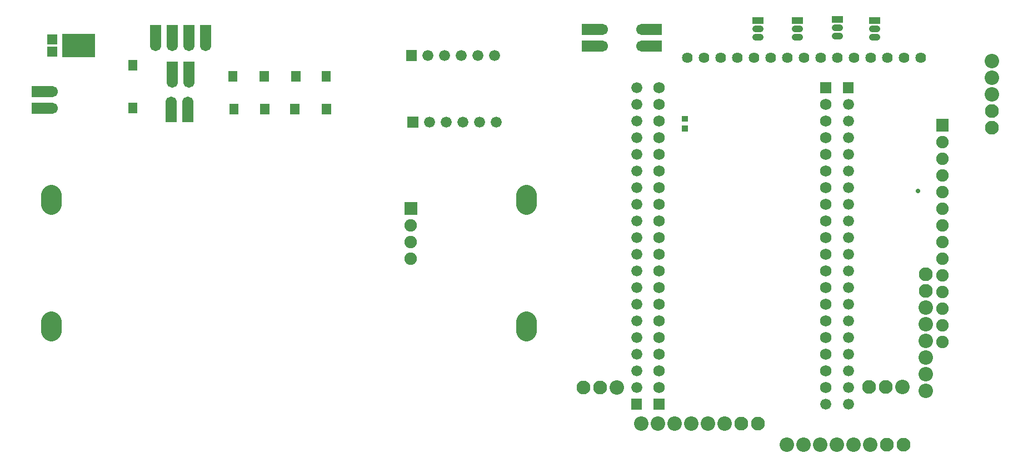
<source format=gts>
G04 Layer: TopSolderMaskLayer*
G04 EasyEDA v6.5.9, 2022-08-06 01:21:21*
G04 14fef34793594d2db1d7ff351c51599c,c09117847ad249c1abd8b20aa127d3a4,10*
G04 Gerber Generator version 0.2*
G04 Scale: 100 percent, Rotated: No, Reflected: No *
G04 Dimensions in millimeters *
G04 leading zeros omitted , absolute positions ,4 integer and 5 decimal *
%FSLAX45Y45*%
%MOMM*%

%ADD10C,3.1000*%
%ADD11C,1.0016*%
%ADD12C,2.1016*%
%ADD13C,2.2032*%
%ADD14C,1.6256*%
%ADD15C,1.9016*%
%ADD16C,1.6764*%
%ADD17C,1.7032*%
%ADD18C,1.7272*%
%ADD19C,0.7112*%
%ADD20C,0.0144*%

%LPD*%
D10*
X8584209Y4095696D02*
G01*
X8584209Y3955696D01*
X8584209Y2165703D02*
G01*
X8584209Y2025703D01*
X1347190Y4095696D02*
G01*
X1347190Y3955696D01*
X1347190Y2165703D02*
G01*
X1347190Y2025703D01*
X8584209Y2025703D02*
G01*
X8584209Y2165703D01*
X8584209Y3955696D02*
G01*
X8584209Y4095696D01*
X1347190Y2025703D02*
G01*
X1347190Y2165703D01*
X1347190Y3955696D02*
G01*
X1347190Y4095696D01*
D11*
X12150801Y6502400D02*
G01*
X12080801Y6502400D01*
X12150801Y6629400D02*
G01*
X12080801Y6629400D01*
X12747701Y6502400D02*
G01*
X12677701Y6502400D01*
X12747701Y6629400D02*
G01*
X12677701Y6629400D01*
X13357301Y6515100D02*
G01*
X13287301Y6515100D01*
X13357301Y6642100D02*
G01*
X13287301Y6642100D01*
X13928801Y6502400D02*
G01*
X13858801Y6502400D01*
X13928801Y6629400D02*
G01*
X13858801Y6629400D01*
D12*
G01*
X14668500Y2882900D03*
G01*
X14668500Y2628900D03*
D13*
G01*
X14668500Y2374900D03*
G01*
X14668500Y2120900D03*
G01*
X14668500Y1866900D03*
G01*
X14668500Y1612900D03*
G01*
X14668500Y1358900D03*
G01*
X14668500Y1104900D03*
D12*
G01*
X12115800Y609600D03*
G01*
X11861800Y609600D03*
D13*
G01*
X11607800Y609600D03*
G01*
X11353800Y609600D03*
G01*
X11099800Y609600D03*
G01*
X10845800Y609600D03*
G01*
X10591800Y609600D03*
G01*
X10337800Y609600D03*
D12*
G01*
X14329054Y285826D03*
G01*
X14075054Y285826D03*
D13*
G01*
X13821054Y285826D03*
G01*
X13567054Y285826D03*
G01*
X13313054Y285826D03*
G01*
X13059054Y285826D03*
G01*
X12805054Y285826D03*
G01*
X12551054Y285826D03*
D14*
G01*
X14595754Y6191326D03*
G01*
X14341754Y6191326D03*
G01*
X14087754Y6191326D03*
G01*
X13833754Y6191326D03*
G01*
X12817754Y6191326D03*
G01*
X13071754Y6191326D03*
G01*
X13325754Y6191326D03*
G01*
X13579754Y6191326D03*
G01*
X11547754Y6191326D03*
G01*
X11293754Y6191326D03*
G01*
X11039754Y6191326D03*
G01*
X11801754Y6191326D03*
G01*
X12055754Y6191326D03*
G01*
X12309754Y6191326D03*
G01*
X12563754Y6191326D03*
D15*
G01*
X14926309Y1856486D03*
G01*
X14926309Y2110486D03*
G01*
X14926309Y2364486D03*
G01*
X14926309Y2618486D03*
G01*
X14926309Y2872486D03*
G01*
X14926309Y3126486D03*
G01*
X14926309Y3380486D03*
G01*
X14926309Y3634231D03*
G01*
X14926309Y3888231D03*
G01*
X14926309Y4142231D03*
G01*
X14926309Y4396231D03*
G01*
X14926309Y4650231D03*
G01*
X14926309Y4904231D03*
G36*
X14831059Y5062981D02*
G01*
X14831059Y5253228D01*
X15021052Y5253228D01*
X15021052Y5062981D01*
G37*
G01*
X6825995Y3126486D03*
G01*
X6825995Y3380486D03*
G01*
X6825995Y3634231D03*
G36*
X6731000Y3793236D02*
G01*
X6731000Y3983228D01*
X6920991Y3983228D01*
X6920991Y3793236D01*
G37*
G36*
X4043679Y5823712D02*
G01*
X4043679Y5983986D01*
X4183888Y5983986D01*
X4183888Y5823712D01*
G37*
G36*
X4060952Y5323839D02*
G01*
X4060952Y5484113D01*
X4201159Y5484113D01*
X4201159Y5323839D01*
G37*
G36*
X2520695Y5990336D02*
G01*
X2520695Y6150610D01*
X2660904Y6150610D01*
X2660904Y5990336D01*
G37*
G36*
X2520695Y5342636D02*
G01*
X2520695Y5502910D01*
X2660904Y5502910D01*
X2660904Y5342636D01*
G37*
G36*
X5467095Y5825236D02*
G01*
X5467095Y5985510D01*
X5607304Y5985510D01*
X5607304Y5825236D01*
G37*
G36*
X5470652Y5323839D02*
G01*
X5470652Y5484113D01*
X5610859Y5484113D01*
X5610859Y5323839D01*
G37*
G36*
X4523486Y5823712D02*
G01*
X4523486Y5983986D01*
X4663693Y5983986D01*
X4663693Y5823712D01*
G37*
G36*
X4530852Y5323839D02*
G01*
X4530852Y5484113D01*
X4671059Y5484113D01*
X4671059Y5323839D01*
G37*
G36*
X5003291Y5823712D02*
G01*
X5003291Y5983986D01*
X5143500Y5983986D01*
X5143500Y5823712D01*
G37*
G36*
X4988052Y5323839D02*
G01*
X4988052Y5484113D01*
X5128259Y5484113D01*
X5128259Y5323839D01*
G37*
G36*
X1283715Y6392418D02*
G01*
X1283715Y6542531D01*
X1434084Y6542531D01*
X1434084Y6392418D01*
G37*
G36*
X1283715Y6208268D02*
G01*
X1283715Y6358381D01*
X1434084Y6358381D01*
X1434084Y6208268D01*
G37*
G36*
X1515109Y6200394D02*
G01*
X1515109Y6550405D01*
X2015490Y6550405D01*
X2015490Y6200394D01*
G37*
D16*
G01*
X13147954Y908126D03*
G01*
X13147954Y1162126D03*
G01*
X13147954Y1416126D03*
G01*
X13147954Y1670126D03*
G01*
X13147954Y1924126D03*
G01*
X13147954Y2178126D03*
G01*
X13147954Y2432126D03*
G01*
X13147954Y2686126D03*
G01*
X13147954Y2940126D03*
G01*
X13147954Y3194126D03*
G01*
X13147954Y3448126D03*
G01*
X13147954Y3702126D03*
G01*
X13147954Y3956126D03*
G01*
X13147954Y4210126D03*
G01*
X13147954Y4464126D03*
G01*
X13147954Y4718126D03*
G01*
X13147954Y4972126D03*
G01*
X13147954Y5226126D03*
G01*
X13147954Y5480126D03*
G36*
X13064236Y5650229D02*
G01*
X13064236Y5817870D01*
X13231875Y5817870D01*
X13231875Y5650229D01*
G37*
G01*
X10607954Y5734126D03*
G01*
X10607954Y5480126D03*
G01*
X10607954Y5226126D03*
G01*
X10607954Y4972126D03*
G01*
X10607954Y4718126D03*
G01*
X10607954Y4464126D03*
G01*
X10607954Y4210126D03*
G01*
X10607954Y3956126D03*
G01*
X10607954Y3702126D03*
G01*
X10607954Y3448126D03*
G01*
X10607954Y3194126D03*
G01*
X10607954Y2940126D03*
G01*
X10607954Y2686126D03*
G01*
X10607954Y2432126D03*
G01*
X10607954Y2178126D03*
G01*
X10607954Y1924126D03*
G01*
X10607954Y1670126D03*
G01*
X10607954Y1416126D03*
G01*
X10607954Y1162126D03*
G36*
X10524236Y824229D02*
G01*
X10524236Y991870D01*
X10691875Y991870D01*
X10691875Y824229D01*
G37*
G01*
X13490854Y908126D03*
G01*
X13490854Y1162126D03*
G01*
X13490854Y1416126D03*
G01*
X13490854Y1670126D03*
G01*
X13490854Y1924126D03*
G01*
X13490854Y2178126D03*
G01*
X13490854Y2432126D03*
G01*
X13490854Y2686126D03*
G01*
X13490854Y2940126D03*
G01*
X13490854Y3194126D03*
G01*
X13490854Y3448126D03*
G01*
X13490854Y3702126D03*
G01*
X13490854Y3956126D03*
G01*
X13490854Y4210126D03*
G01*
X13490854Y4464126D03*
G01*
X13490854Y4718126D03*
G01*
X13490854Y4972126D03*
G01*
X13490854Y5226126D03*
G01*
X13490854Y5480126D03*
G36*
X13407136Y5650229D02*
G01*
X13407136Y5817870D01*
X13574775Y5817870D01*
X13574775Y5650229D01*
G37*
G01*
X10265054Y5734126D03*
G01*
X10265054Y5480126D03*
G01*
X10265054Y5226126D03*
G01*
X10265054Y4972126D03*
G01*
X10265054Y4718126D03*
G01*
X10265054Y4464126D03*
G01*
X10265054Y4210126D03*
G01*
X10265054Y3956126D03*
G01*
X10265054Y3702126D03*
G01*
X10265054Y3448126D03*
G01*
X10265054Y3194126D03*
G01*
X10265054Y2940126D03*
G01*
X10265054Y2686126D03*
G01*
X10265054Y2432126D03*
G01*
X10265054Y2178126D03*
G01*
X10265054Y1924126D03*
G01*
X10265054Y1670126D03*
G01*
X10265054Y1416126D03*
G01*
X10265054Y1162126D03*
G36*
X10181336Y824229D02*
G01*
X10181336Y991870D01*
X10348975Y991870D01*
X10348975Y824229D01*
G37*
D12*
G01*
X13804900Y1168400D03*
G01*
X14058900Y1168400D03*
D13*
G01*
X14312900Y1168400D03*
D12*
G01*
X9452254Y1162126D03*
G01*
X9706254Y1162126D03*
D13*
G01*
X9960254Y1162126D03*
D16*
G01*
X8105241Y6219113D03*
G01*
X7851241Y6219113D03*
G01*
X7597241Y6219113D03*
G01*
X7343241Y6219113D03*
G01*
X7089241Y6219113D03*
G36*
X6751320Y6135370D02*
G01*
X6751320Y6303010D01*
X6918959Y6303010D01*
X6918959Y6135370D01*
G37*
G01*
X8128000Y5207000D03*
G01*
X7874000Y5207000D03*
G01*
X7620000Y5207000D03*
G01*
X7366000Y5207000D03*
G01*
X7112000Y5207000D03*
G36*
X6774179Y5123179D02*
G01*
X6774179Y5290820D01*
X6941820Y5290820D01*
X6941820Y5123179D01*
G37*
D12*
G01*
X15675254Y5124526D03*
G01*
X15675254Y5378526D03*
D13*
G01*
X15675254Y5632526D03*
G01*
X15675254Y5886526D03*
G01*
X15675254Y6140526D03*
G36*
X1047241Y5332221D02*
G01*
X1047241Y5502402D01*
X1367790Y5502402D01*
X1367790Y5332221D01*
G37*
G36*
X1047241Y5586221D02*
G01*
X1047241Y5756402D01*
X1367790Y5756402D01*
X1367790Y5586221D01*
G37*
D17*
G01*
X1357528Y5417312D03*
G01*
X1357528Y5671312D03*
G36*
X3102609Y5806439D02*
G01*
X3102609Y6126734D01*
X3272790Y6126734D01*
X3272790Y5806439D01*
G37*
G36*
X3356609Y5806439D02*
G01*
X3356609Y6126734D01*
X3526790Y6126734D01*
X3526790Y5806439D01*
G37*
G01*
X3187700Y5816600D03*
G01*
X3441700Y5816600D03*
G36*
X3343909Y5201665D02*
G01*
X3343909Y5521960D01*
X3514090Y5521960D01*
X3514090Y5201665D01*
G37*
G36*
X3089909Y5201665D02*
G01*
X3089909Y5521960D01*
X3260090Y5521960D01*
X3260090Y5201665D01*
G37*
G01*
X3429000Y5511800D03*
G01*
X3175000Y5511800D03*
G36*
X9433052Y6279895D02*
G01*
X9433052Y6450329D01*
X9753345Y6450329D01*
X9753345Y6279895D01*
G37*
G36*
X9433052Y6533895D02*
G01*
X9433052Y6704329D01*
X9753345Y6704329D01*
X9753345Y6533895D01*
G37*
G01*
X9743236Y6365112D03*
G01*
X9743236Y6619112D03*
G36*
X10331195Y6537960D02*
G01*
X10331195Y6708394D01*
X10651490Y6708394D01*
X10651490Y6537960D01*
G37*
G36*
X10331195Y6283960D02*
G01*
X10331195Y6454394D01*
X10651490Y6454394D01*
X10651490Y6283960D01*
G37*
G01*
X10341254Y6623126D03*
G01*
X10341254Y6369126D03*
G36*
X2848609Y6365239D02*
G01*
X2848609Y6685534D01*
X3018790Y6685534D01*
X3018790Y6365239D01*
G37*
G36*
X3102609Y6365239D02*
G01*
X3102609Y6685534D01*
X3272790Y6685534D01*
X3272790Y6365239D01*
G37*
G36*
X3356609Y6365239D02*
G01*
X3356609Y6685534D01*
X3526790Y6685534D01*
X3526790Y6365239D01*
G37*
G36*
X3610609Y6367526D02*
G01*
X3610609Y6688073D01*
X3780790Y6688073D01*
X3780790Y6367526D01*
G37*
G01*
X2933700Y6375400D03*
G01*
X3187700Y6375400D03*
G01*
X3441700Y6375400D03*
G01*
X3695700Y6375400D03*
G36*
X10954765Y5210810D02*
G01*
X10954765Y5301742D01*
X11051286Y5301742D01*
X11051286Y5210810D01*
G37*
G36*
X10954765Y5060187D02*
G01*
X10954765Y5150865D01*
X11051286Y5150865D01*
X11051286Y5060187D01*
G37*
D18*
G01*
X13147954Y1162126D03*
G01*
X13147954Y1416126D03*
G01*
X13147954Y1670126D03*
G01*
X13147954Y1924126D03*
G01*
X13147954Y2178126D03*
G01*
X13147954Y2432126D03*
G01*
X13147954Y2686126D03*
G01*
X13147954Y2940126D03*
G01*
X13147954Y3194126D03*
G01*
X13147954Y3448126D03*
G01*
X13147954Y3702126D03*
G01*
X13147954Y3956126D03*
G01*
X13147954Y4210126D03*
G01*
X13147954Y4464126D03*
G01*
X13147954Y4718126D03*
G01*
X13147954Y4972126D03*
G01*
X13147954Y5226126D03*
G01*
X13147954Y5480126D03*
G01*
X13147954Y5734126D03*
G01*
X10607954Y5734126D03*
G01*
X10607954Y5480126D03*
G01*
X10607954Y5226126D03*
G01*
X10607954Y4972126D03*
G01*
X10607954Y4718126D03*
G01*
X10607954Y4464126D03*
G01*
X10607954Y4210126D03*
G01*
X10607954Y3956126D03*
G01*
X10607954Y3702126D03*
G01*
X10607954Y3448126D03*
G01*
X10607954Y3194126D03*
G01*
X10607954Y2940126D03*
G01*
X10607954Y2686126D03*
G01*
X10607954Y2432126D03*
G01*
X10607954Y2178126D03*
G01*
X10607954Y1924126D03*
G01*
X10607954Y1670126D03*
G01*
X10607954Y1416126D03*
G01*
X10607954Y1162126D03*
G36*
X12030709Y6706362D02*
G01*
X12030709Y6806437D01*
X12200890Y6806437D01*
X12200890Y6706362D01*
G37*
G36*
X12627609Y6706362D02*
G01*
X12627609Y6806437D01*
X12797790Y6806437D01*
X12797790Y6706362D01*
G37*
G36*
X13237209Y6719062D02*
G01*
X13237209Y6819137D01*
X13407390Y6819137D01*
X13407390Y6719062D01*
G37*
G36*
X13808709Y6706362D02*
G01*
X13808709Y6806437D01*
X13978890Y6806437D01*
X13978890Y6706362D01*
G37*
D19*
G01*
X14554200Y4152900D03*
M02*

</source>
